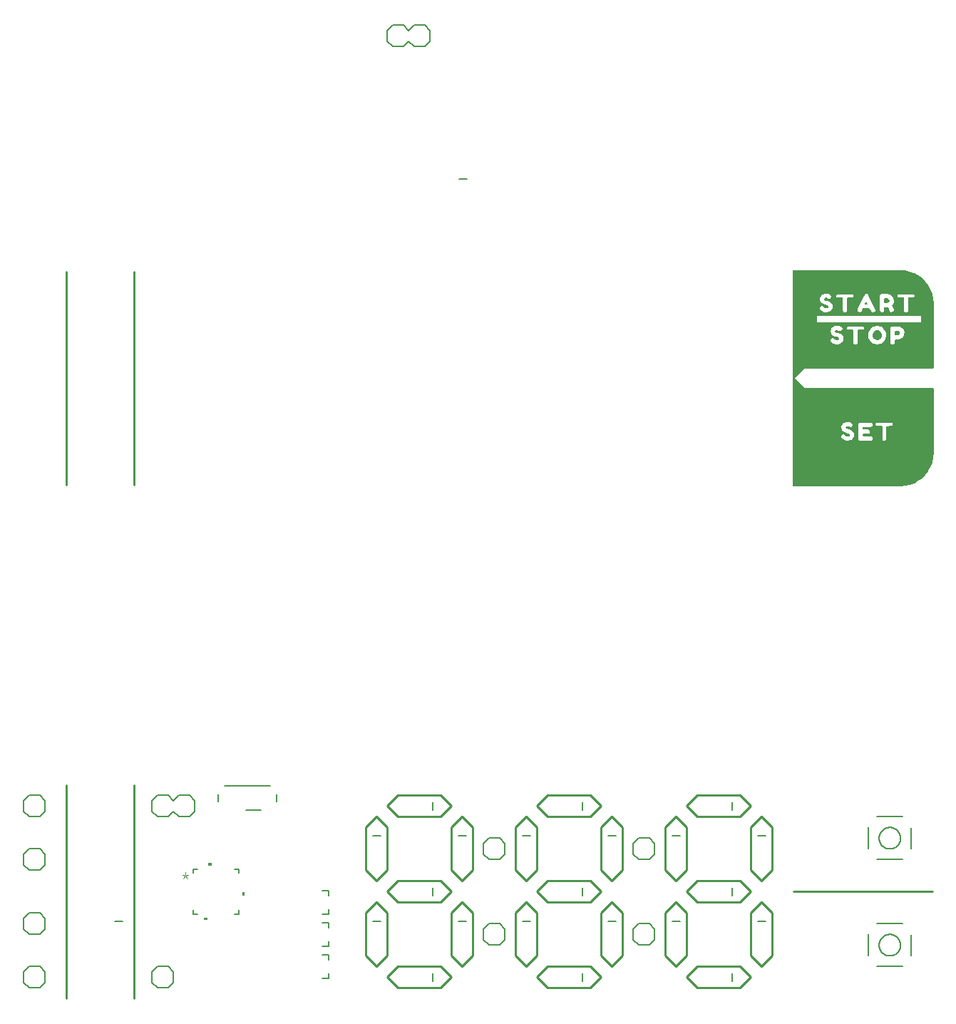
<source format=gto>
G04 EAGLE Gerber RS-274X export*
G75*
%MOMM*%
%FSLAX34Y34*%
%LPD*%
%INSilkscreen Top*%
%IPPOS*%
%AMOC8*
5,1,8,0,0,1.08239X$1,22.5*%
G01*
%ADD10C,0.254000*%
%ADD11C,0.203200*%
%ADD12C,0.152400*%
%ADD13C,0.076200*%

G36*
X646446Y584082D02*
X646446Y584082D01*
X646453Y583963D01*
X646466Y583925D01*
X646471Y583884D01*
X646514Y583774D01*
X646551Y583661D01*
X646573Y583626D01*
X646588Y583589D01*
X646658Y583493D01*
X646721Y583392D01*
X646751Y583364D01*
X646774Y583331D01*
X646866Y583256D01*
X646953Y583174D01*
X646988Y583154D01*
X647019Y583129D01*
X647127Y583078D01*
X647231Y583020D01*
X647271Y583010D01*
X647307Y582993D01*
X647424Y582971D01*
X647539Y582941D01*
X647600Y582937D01*
X647620Y582933D01*
X647640Y582935D01*
X647700Y582931D01*
X774700Y582931D01*
X774721Y582933D01*
X774791Y582934D01*
X780213Y583322D01*
X780223Y583324D01*
X780233Y583323D01*
X780392Y583348D01*
X785704Y584503D01*
X785713Y584506D01*
X785723Y584508D01*
X785878Y584554D01*
X790971Y586454D01*
X790980Y586459D01*
X790990Y586461D01*
X791136Y586529D01*
X795907Y589134D01*
X795915Y589140D01*
X795924Y589144D01*
X796059Y589232D01*
X800411Y592490D01*
X800418Y592497D01*
X800427Y592502D01*
X800548Y592608D01*
X804392Y596452D01*
X804398Y596460D01*
X804406Y596467D01*
X804510Y596589D01*
X807768Y600941D01*
X807773Y600950D01*
X807780Y600957D01*
X807866Y601093D01*
X810471Y605864D01*
X810475Y605874D01*
X810480Y605882D01*
X810546Y606029D01*
X812446Y611122D01*
X812448Y611132D01*
X812453Y611141D01*
X812497Y611296D01*
X813652Y616608D01*
X813653Y616618D01*
X813657Y616628D01*
X813678Y616787D01*
X814066Y622209D01*
X814065Y622231D01*
X814069Y622300D01*
X814069Y698500D01*
X814054Y698618D01*
X814047Y698737D01*
X814034Y698775D01*
X814029Y698816D01*
X813986Y698926D01*
X813949Y699039D01*
X813927Y699074D01*
X813912Y699111D01*
X813843Y699207D01*
X813779Y699308D01*
X813749Y699336D01*
X813726Y699369D01*
X813634Y699445D01*
X813547Y699526D01*
X813512Y699546D01*
X813481Y699571D01*
X813373Y699622D01*
X813269Y699680D01*
X813229Y699690D01*
X813193Y699707D01*
X813076Y699729D01*
X812961Y699759D01*
X812901Y699763D01*
X812881Y699767D01*
X812860Y699765D01*
X812800Y699769D01*
X660926Y699769D01*
X649495Y711200D01*
X660926Y722631D01*
X812800Y722631D01*
X812918Y722646D01*
X813037Y722653D01*
X813075Y722666D01*
X813116Y722671D01*
X813226Y722714D01*
X813339Y722751D01*
X813374Y722773D01*
X813411Y722788D01*
X813507Y722858D01*
X813608Y722921D01*
X813636Y722951D01*
X813669Y722974D01*
X813745Y723066D01*
X813826Y723153D01*
X813846Y723188D01*
X813871Y723219D01*
X813922Y723327D01*
X813980Y723431D01*
X813990Y723471D01*
X814007Y723507D01*
X814029Y723624D01*
X814059Y723739D01*
X814063Y723800D01*
X814067Y723820D01*
X814065Y723840D01*
X814069Y723900D01*
X814069Y800100D01*
X814067Y800121D01*
X814066Y800191D01*
X813678Y805613D01*
X813676Y805623D01*
X813677Y805633D01*
X813652Y805792D01*
X812497Y811104D01*
X812494Y811113D01*
X812493Y811123D01*
X812446Y811278D01*
X810546Y816371D01*
X810541Y816380D01*
X810539Y816390D01*
X810471Y816536D01*
X807866Y821307D01*
X807860Y821315D01*
X807856Y821324D01*
X807768Y821459D01*
X804510Y825811D01*
X804503Y825818D01*
X804498Y825827D01*
X804392Y825948D01*
X800548Y829792D01*
X800540Y829798D01*
X800533Y829806D01*
X800411Y829910D01*
X796059Y833168D01*
X796050Y833173D01*
X796043Y833180D01*
X795907Y833266D01*
X791136Y835871D01*
X791126Y835875D01*
X791118Y835880D01*
X790971Y835946D01*
X785878Y837846D01*
X785868Y837848D01*
X785859Y837853D01*
X785704Y837897D01*
X780392Y839052D01*
X780382Y839053D01*
X780372Y839057D01*
X780213Y839078D01*
X774791Y839466D01*
X774769Y839465D01*
X774700Y839469D01*
X647700Y839469D01*
X647582Y839454D01*
X647463Y839447D01*
X647425Y839434D01*
X647384Y839429D01*
X647274Y839386D01*
X647161Y839349D01*
X647126Y839327D01*
X647089Y839312D01*
X646993Y839243D01*
X646892Y839179D01*
X646864Y839149D01*
X646831Y839126D01*
X646756Y839034D01*
X646674Y838947D01*
X646654Y838912D01*
X646629Y838881D01*
X646578Y838773D01*
X646520Y838669D01*
X646510Y838629D01*
X646493Y838593D01*
X646471Y838476D01*
X646441Y838361D01*
X646437Y838301D01*
X646433Y838281D01*
X646435Y838260D01*
X646431Y838200D01*
X646431Y584200D01*
X646446Y584082D01*
G37*
%LPC*%
G36*
X789700Y777249D02*
X789700Y777249D01*
X683600Y777249D01*
X683587Y777239D01*
X675639Y777239D01*
X675639Y784851D01*
X798831Y784851D01*
X798831Y777239D01*
X789709Y777239D01*
X789707Y777241D01*
X789700Y777249D01*
G37*
%LPD*%
%LPC*%
G36*
X745408Y751549D02*
X745408Y751549D01*
X743914Y751847D01*
X742622Y752344D01*
X741329Y753140D01*
X740133Y754137D01*
X739037Y755232D01*
X738042Y756527D01*
X737345Y757820D01*
X736847Y759213D01*
X736549Y760607D01*
X736449Y762200D01*
X736549Y763794D01*
X736848Y765287D01*
X737346Y766682D01*
X737943Y768076D01*
X738838Y769368D01*
X739833Y770363D01*
X741029Y771360D01*
X742323Y772156D01*
X743715Y772753D01*
X745108Y773051D01*
X746703Y773251D01*
X747497Y773251D01*
X748990Y773052D01*
X750383Y772654D01*
X751777Y772056D01*
X753071Y771260D01*
X754266Y770264D01*
X755361Y769069D01*
X756158Y767875D01*
X756854Y766582D01*
X757252Y765089D01*
X757551Y763595D01*
X757551Y762002D01*
X757451Y760508D01*
X757053Y759015D01*
X756555Y757620D01*
X755858Y756327D01*
X754962Y755131D01*
X753867Y753937D01*
X752672Y753041D01*
X751379Y752245D01*
X749987Y751748D01*
X748494Y751449D01*
X747001Y751349D01*
X745408Y751549D01*
G37*
%LPD*%
%LPC*%
G36*
X762534Y789940D02*
X762534Y789940D01*
X762144Y790622D01*
X760145Y795419D01*
X760109Y795440D01*
X760103Y795449D01*
X758603Y795549D01*
X758601Y795548D01*
X758600Y795549D01*
X755500Y795549D01*
X755453Y795513D01*
X755457Y795508D01*
X755451Y795504D01*
X755351Y794104D01*
X755352Y794101D01*
X755351Y794100D01*
X755351Y792602D01*
X755252Y791113D01*
X754667Y789944D01*
X753098Y789650D01*
X751222Y789847D01*
X750447Y790623D01*
X750249Y792107D01*
X750207Y792149D01*
X750205Y792146D01*
X750203Y792149D01*
X750126Y792153D01*
X750198Y792151D01*
X750247Y792185D01*
X750241Y792194D01*
X750249Y792200D01*
X750249Y808993D01*
X750642Y810368D01*
X751615Y810952D01*
X753402Y811051D01*
X759495Y811051D01*
X760887Y810753D01*
X762278Y810256D01*
X763671Y809360D01*
X764864Y808366D01*
X765757Y807175D01*
X766354Y805783D01*
X766751Y804393D01*
X766751Y802803D01*
X766552Y801211D01*
X766056Y799822D01*
X765259Y798627D01*
X765259Y798624D01*
X765257Y798624D01*
X764657Y797524D01*
X764657Y797521D01*
X764662Y797492D01*
X764655Y797480D01*
X765155Y796380D01*
X765156Y796379D01*
X765155Y796379D01*
X765855Y794881D01*
X766949Y792095D01*
X766755Y791028D01*
X765376Y790044D01*
X763899Y789453D01*
X762534Y789940D01*
G37*
%LPD*%
%LPC*%
G36*
X728102Y637049D02*
X728102Y637049D01*
X726313Y637149D01*
X725140Y637735D01*
X724749Y638908D01*
X724749Y655797D01*
X724947Y657476D01*
X725821Y658253D01*
X727403Y658451D01*
X739690Y658451D01*
X740862Y657963D01*
X741351Y656691D01*
X741351Y654714D01*
X740670Y653644D01*
X739295Y653349D01*
X730100Y653349D01*
X730053Y653313D01*
X730055Y653310D01*
X730051Y653308D01*
X729851Y652008D01*
X729854Y652002D01*
X729851Y652000D01*
X729851Y650500D01*
X729887Y650453D01*
X729890Y650455D01*
X729893Y650451D01*
X731193Y650251D01*
X731198Y650254D01*
X731200Y650251D01*
X735797Y650251D01*
X737177Y650054D01*
X738053Y649178D01*
X738250Y647305D01*
X737759Y645834D01*
X736686Y645248D01*
X735098Y645149D01*
X730500Y645149D01*
X730472Y645128D01*
X730459Y645127D01*
X729859Y644227D01*
X729860Y644207D01*
X729851Y644200D01*
X729851Y642600D01*
X729881Y642560D01*
X729883Y642554D01*
X730983Y642154D01*
X730991Y642156D01*
X730994Y642153D01*
X730998Y642153D01*
X731000Y642151D01*
X738598Y642151D01*
X740084Y642052D01*
X741155Y641370D01*
X741450Y639700D01*
X741155Y637927D01*
X740280Y637247D01*
X738697Y637049D01*
X728102Y637049D01*
G37*
%LPD*%
%LPC*%
G36*
X763236Y751939D02*
X763236Y751939D01*
X762749Y753011D01*
X762749Y771387D01*
X763332Y772456D01*
X764905Y772751D01*
X771098Y772751D01*
X772593Y772651D01*
X773984Y772353D01*
X775374Y771658D01*
X776668Y770663D01*
X777661Y769669D01*
X778556Y768277D01*
X779155Y766881D01*
X779195Y766858D01*
X779200Y766851D01*
X779251Y766851D01*
X779251Y765402D01*
X779151Y763808D01*
X778753Y762316D01*
X778158Y760926D01*
X777166Y759736D01*
X775972Y758841D01*
X774679Y758045D01*
X773288Y757548D01*
X771797Y757349D01*
X768800Y757349D01*
X768787Y757340D01*
X768784Y757340D01*
X768783Y757339D01*
X768775Y757342D01*
X767775Y756742D01*
X767767Y756724D01*
X767753Y756713D01*
X767758Y756705D01*
X767751Y756700D01*
X767751Y753603D01*
X767554Y752229D01*
X766484Y751549D01*
X764607Y751450D01*
X763236Y751939D01*
G37*
%LPD*%
%LPC*%
G36*
X725026Y790142D02*
X725026Y790142D01*
X723745Y791127D01*
X723551Y792197D01*
X724046Y793782D01*
X731443Y808777D01*
X732138Y810067D01*
X733418Y811052D01*
X734788Y811150D01*
X736063Y810365D01*
X736756Y809077D01*
X744155Y793981D01*
X744751Y792391D01*
X744751Y791320D01*
X743672Y790242D01*
X741994Y789551D01*
X740727Y789746D01*
X739842Y790926D01*
X738545Y793721D01*
X738525Y793731D01*
X738524Y793743D01*
X737424Y794343D01*
X737407Y794341D01*
X737400Y794349D01*
X731300Y794349D01*
X731293Y794344D01*
X731289Y794348D01*
X729989Y794048D01*
X729969Y794025D01*
X729956Y794022D01*
X728557Y791223D01*
X727866Y790039D01*
X726501Y789454D01*
X725026Y790142D01*
G37*
%LPD*%
%LPC*%
G36*
X697706Y751449D02*
X697706Y751449D01*
X696215Y751747D01*
X694825Y752343D01*
X693532Y753337D01*
X692536Y754333D01*
X691843Y755126D01*
X691354Y756397D01*
X691940Y757569D01*
X693221Y758653D01*
X694490Y758849D01*
X695671Y758160D01*
X696968Y757062D01*
X696975Y757062D01*
X696976Y757057D01*
X698376Y756257D01*
X698389Y756259D01*
X698391Y756256D01*
X698396Y756256D01*
X698400Y756251D01*
X700100Y756251D01*
X700107Y756256D01*
X700109Y756256D01*
X700116Y756261D01*
X700125Y756257D01*
X701325Y756957D01*
X701333Y756977D01*
X701338Y756981D01*
X701338Y756983D01*
X701347Y756986D01*
X701747Y758386D01*
X701737Y758414D01*
X701741Y758427D01*
X700941Y759627D01*
X700920Y759635D01*
X700917Y759646D01*
X699517Y760146D01*
X699512Y760145D01*
X699510Y760148D01*
X698112Y760448D01*
X696517Y760946D01*
X695121Y761544D01*
X693830Y762240D01*
X692841Y763229D01*
X692146Y764618D01*
X691749Y766106D01*
X691749Y767595D01*
X692047Y769083D01*
X692741Y770372D01*
X693735Y771565D01*
X694826Y772458D01*
X696115Y773053D01*
X697705Y773351D01*
X699398Y773351D01*
X700892Y773251D01*
X702382Y772854D01*
X703774Y772158D01*
X704963Y771267D01*
X705657Y770075D01*
X705692Y770061D01*
X705699Y770051D01*
X705782Y770049D01*
X705700Y770049D01*
X705665Y770023D01*
X705655Y770021D01*
X705058Y768727D01*
X703972Y767443D01*
X702703Y767052D01*
X701325Y767643D01*
X700130Y768539D01*
X700112Y768539D01*
X700106Y768549D01*
X698506Y768749D01*
X698490Y768739D01*
X698479Y768745D01*
X697179Y768145D01*
X697164Y768116D01*
X697152Y768110D01*
X696852Y766610D01*
X696865Y766582D01*
X696862Y766569D01*
X697762Y765469D01*
X697780Y765464D01*
X697783Y765454D01*
X699183Y764954D01*
X699189Y764955D01*
X699190Y764952D01*
X700689Y764652D01*
X702185Y764253D01*
X703678Y763656D01*
X704870Y762961D01*
X705959Y761871D01*
X706553Y760585D01*
X706850Y758997D01*
X706751Y757406D01*
X706453Y755917D01*
X705758Y754627D01*
X704865Y753436D01*
X703575Y752543D01*
X702283Y751947D01*
X700790Y751548D01*
X699298Y751349D01*
X697706Y751449D01*
G37*
%LPD*%
%LPC*%
G36*
X684311Y789648D02*
X684311Y789648D01*
X682821Y790145D01*
X681527Y790941D01*
X680235Y791836D01*
X678749Y793816D01*
X678749Y794983D01*
X679831Y796360D01*
X681204Y796948D01*
X682277Y796655D01*
X683670Y795561D01*
X683672Y795561D01*
X683672Y795560D01*
X684972Y794660D01*
X684984Y794660D01*
X684987Y794652D01*
X686487Y794252D01*
X686500Y794258D01*
X686505Y794258D01*
X686512Y794252D01*
X688112Y794652D01*
X688126Y794670D01*
X688138Y794669D01*
X688938Y795669D01*
X688939Y795695D01*
X688949Y795704D01*
X688849Y797104D01*
X688829Y797127D01*
X688828Y797141D01*
X687528Y798041D01*
X687514Y798040D01*
X687510Y798048D01*
X686012Y798348D01*
X684615Y798747D01*
X683119Y799246D01*
X681726Y799942D01*
X680635Y800736D01*
X679644Y802024D01*
X679148Y803412D01*
X678950Y804900D01*
X679148Y806490D01*
X679545Y807879D01*
X680437Y809167D01*
X681529Y810160D01*
X682719Y810854D01*
X684110Y811252D01*
X685803Y811451D01*
X687395Y811451D01*
X688886Y811153D01*
X690478Y810556D01*
X691569Y809861D01*
X692665Y808765D01*
X692693Y808761D01*
X692702Y808751D01*
X693065Y808764D01*
X692797Y808749D01*
X692752Y808711D01*
X692757Y808705D01*
X692751Y808700D01*
X692751Y807614D01*
X691863Y806134D01*
X690685Y805251D01*
X689416Y805348D01*
X688027Y806241D01*
X688021Y806241D01*
X688021Y806245D01*
X686721Y806845D01*
X686702Y806841D01*
X686694Y806849D01*
X685094Y806649D01*
X685075Y806631D01*
X685062Y806631D01*
X684162Y805531D01*
X684161Y805505D01*
X684155Y805500D01*
X684156Y805498D01*
X684151Y805493D01*
X684351Y804093D01*
X684373Y804072D01*
X684374Y804058D01*
X685674Y803258D01*
X685686Y803259D01*
X685689Y803252D01*
X688687Y802553D01*
X690182Y802054D01*
X691576Y801457D01*
X692664Y800665D01*
X693555Y799379D01*
X693952Y797990D01*
X694150Y796300D01*
X693952Y794812D01*
X693455Y793421D01*
X692662Y792132D01*
X691570Y791140D01*
X690279Y790345D01*
X688787Y789848D01*
X687393Y789549D01*
X685802Y789449D01*
X684311Y789648D01*
G37*
%LPD*%
%LPC*%
G36*
X709811Y637248D02*
X709811Y637248D01*
X708320Y637745D01*
X707028Y638441D01*
X705836Y639434D01*
X704349Y641416D01*
X704349Y642583D01*
X705333Y643862D01*
X706609Y644549D01*
X707778Y644354D01*
X709168Y643163D01*
X709172Y643162D01*
X709172Y643160D01*
X710472Y642260D01*
X710484Y642260D01*
X710486Y642253D01*
X711886Y641853D01*
X711899Y641858D01*
X711905Y641858D01*
X711911Y641852D01*
X713611Y642252D01*
X713626Y642270D01*
X713638Y642269D01*
X714438Y643269D01*
X714439Y643295D01*
X714449Y643304D01*
X714349Y644704D01*
X714330Y644726D01*
X714330Y644739D01*
X713130Y645639D01*
X713115Y645639D01*
X713112Y645648D01*
X710214Y646347D01*
X708719Y646846D01*
X707325Y647543D01*
X706135Y648336D01*
X705244Y649623D01*
X704748Y650914D01*
X704450Y652501D01*
X704648Y653988D01*
X705145Y655379D01*
X705939Y656669D01*
X707030Y657761D01*
X708219Y658454D01*
X709610Y658852D01*
X711303Y659051D01*
X712895Y659051D01*
X714388Y658752D01*
X715978Y658255D01*
X717069Y657462D01*
X718251Y656378D01*
X718251Y655214D01*
X717363Y653734D01*
X716185Y652851D01*
X714917Y652948D01*
X713628Y653841D01*
X713621Y653840D01*
X713619Y653845D01*
X712219Y654445D01*
X712201Y654441D01*
X712194Y654449D01*
X710694Y654249D01*
X710678Y654233D01*
X710665Y654235D01*
X709665Y653235D01*
X709661Y653203D01*
X709655Y653198D01*
X709651Y653194D01*
X709851Y651694D01*
X709875Y651670D01*
X709877Y651657D01*
X711177Y650957D01*
X711185Y650958D01*
X711187Y650952D01*
X712687Y650552D01*
X714186Y650153D01*
X715684Y649653D01*
X717075Y649157D01*
X718163Y648266D01*
X719056Y646977D01*
X719551Y645590D01*
X719651Y644002D01*
X719452Y642411D01*
X718955Y641021D01*
X718162Y639732D01*
X717070Y638740D01*
X715779Y637945D01*
X714387Y637448D01*
X712894Y637149D01*
X711401Y637049D01*
X709811Y637248D01*
G37*
%LPD*%
%LPC*%
G36*
X719730Y751546D02*
X719730Y751546D01*
X718949Y752814D01*
X718949Y768000D01*
X718927Y768030D01*
X718925Y768042D01*
X717925Y768642D01*
X717907Y768640D01*
X717900Y768649D01*
X713403Y768649D01*
X711930Y768846D01*
X711249Y770013D01*
X711249Y771681D01*
X712123Y772652D01*
X714101Y772751D01*
X729297Y772751D01*
X730869Y772554D01*
X731451Y771487D01*
X731451Y769900D01*
X731475Y769869D01*
X731476Y769857D01*
X731496Y769846D01*
X731484Y769837D01*
X731464Y769834D01*
X731465Y769828D01*
X731460Y769828D01*
X730772Y768846D01*
X729297Y768649D01*
X724700Y768649D01*
X724677Y768631D01*
X724663Y768632D01*
X723963Y767832D01*
X723961Y767808D01*
X723951Y767800D01*
X723951Y754003D01*
X723753Y752622D01*
X722776Y751547D01*
X721200Y751350D01*
X719730Y751546D01*
G37*
%LPD*%
%LPC*%
G36*
X754611Y637149D02*
X754611Y637149D01*
X753345Y637734D01*
X753149Y639103D01*
X753149Y652900D01*
X753146Y652904D01*
X753149Y652907D01*
X752949Y654307D01*
X752906Y654349D01*
X752903Y654345D01*
X752900Y654349D01*
X746713Y654349D01*
X745546Y655030D01*
X745350Y656498D01*
X745643Y657963D01*
X747009Y658451D01*
X764288Y658451D01*
X765455Y657868D01*
X765650Y656400D01*
X765455Y654932D01*
X764288Y654349D01*
X762700Y654349D01*
X762699Y654349D01*
X758099Y654249D01*
X758052Y654212D01*
X758058Y654205D01*
X758051Y654200D01*
X758051Y638909D01*
X757562Y637638D01*
X756291Y637149D01*
X754611Y637149D01*
G37*
%LPD*%
%LPC*%
G36*
X707712Y789549D02*
X707712Y789549D01*
X706445Y790232D01*
X706249Y791504D01*
X706249Y805400D01*
X706246Y805405D01*
X706249Y805408D01*
X706049Y806708D01*
X706006Y806749D01*
X706003Y806746D01*
X706000Y806749D01*
X699813Y806749D01*
X698646Y807430D01*
X698450Y808996D01*
X698841Y810363D01*
X700109Y810851D01*
X717487Y810851D01*
X718653Y810171D01*
X718751Y808702D01*
X718555Y807235D01*
X717390Y806749D01*
X712700Y806749D01*
X712698Y806748D01*
X712697Y806749D01*
X711197Y806649D01*
X711152Y806610D01*
X711157Y806605D01*
X711151Y806600D01*
X711151Y791209D01*
X710663Y789940D01*
X709393Y789549D01*
X707712Y789549D01*
G37*
%LPD*%
%LPC*%
G36*
X780112Y789549D02*
X780112Y789549D01*
X778943Y790133D01*
X778649Y791505D01*
X778649Y805300D01*
X778646Y805304D01*
X778649Y805307D01*
X778449Y806707D01*
X778406Y806749D01*
X778403Y806745D01*
X778400Y806749D01*
X772214Y806749D01*
X771126Y807442D01*
X771095Y807439D01*
X771084Y807447D01*
X771045Y807433D01*
X770850Y808897D01*
X771241Y810363D01*
X772509Y810851D01*
X789789Y810851D01*
X791053Y810268D01*
X791151Y808800D01*
X791053Y807332D01*
X789789Y806749D01*
X783600Y806749D01*
X783553Y806713D01*
X783558Y806706D01*
X783551Y806700D01*
X783551Y791309D01*
X783062Y790038D01*
X781791Y789549D01*
X780112Y789549D01*
G37*
%LPD*%
G36*
X747908Y756557D02*
X747908Y756557D01*
X747914Y756553D01*
X749314Y756953D01*
X749321Y756962D01*
X749328Y756960D01*
X750628Y757860D01*
X750631Y757867D01*
X750636Y757867D01*
X751636Y758967D01*
X751637Y758978D01*
X751645Y758979D01*
X752245Y760279D01*
X752242Y760290D01*
X752249Y760294D01*
X752449Y761894D01*
X752446Y761900D01*
X752449Y761903D01*
X752349Y763603D01*
X752344Y763609D01*
X752347Y763614D01*
X751947Y765014D01*
X751939Y765020D01*
X751941Y765027D01*
X751141Y766227D01*
X751131Y766231D01*
X751132Y766238D01*
X749932Y767238D01*
X749923Y767238D01*
X749922Y767244D01*
X748522Y767944D01*
X748511Y767942D01*
X748507Y767949D01*
X747107Y768149D01*
X747098Y768144D01*
X747094Y768149D01*
X745594Y767949D01*
X745585Y767941D01*
X745578Y767944D01*
X744178Y767244D01*
X744174Y767237D01*
X744168Y767238D01*
X742968Y766238D01*
X742966Y766228D01*
X742959Y766227D01*
X742159Y765027D01*
X742160Y765018D01*
X742154Y765017D01*
X741654Y763617D01*
X741656Y763610D01*
X741652Y763607D01*
X741654Y763605D01*
X741651Y763603D01*
X741551Y762003D01*
X741552Y762001D01*
X741551Y762000D01*
X741551Y760500D01*
X741561Y760487D01*
X741556Y760477D01*
X742456Y758777D01*
X742469Y758771D01*
X742468Y758762D01*
X743668Y757762D01*
X743674Y757762D01*
X743674Y757758D01*
X744974Y756958D01*
X744984Y756959D01*
X744986Y756953D01*
X746386Y756553D01*
X746396Y756556D01*
X746400Y756551D01*
X747900Y756551D01*
X747908Y756557D01*
G37*
G36*
X758504Y800654D02*
X758504Y800654D01*
X758507Y800651D01*
X760007Y800851D01*
X760018Y800862D01*
X760027Y800859D01*
X761227Y801659D01*
X761235Y801680D01*
X761247Y801684D01*
X761747Y803184D01*
X761742Y803197D01*
X761744Y803198D01*
X761740Y803204D01*
X761748Y803213D01*
X761348Y804713D01*
X761331Y804726D01*
X761332Y804738D01*
X760132Y805738D01*
X760113Y805739D01*
X760107Y805749D01*
X758707Y805949D01*
X758702Y805946D01*
X758700Y805949D01*
X755600Y805949D01*
X755553Y805913D01*
X755555Y805910D01*
X755551Y805908D01*
X755351Y804608D01*
X755353Y804604D01*
X755354Y804602D01*
X755351Y804600D01*
X755351Y801500D01*
X755354Y801496D01*
X755351Y801494D01*
X755451Y800694D01*
X755493Y800651D01*
X755497Y800655D01*
X755500Y800651D01*
X758500Y800651D01*
X758504Y800654D01*
G37*
G36*
X771410Y762459D02*
X771410Y762459D01*
X771418Y762454D01*
X773518Y763254D01*
X773532Y763277D01*
X773545Y763281D01*
X774145Y764681D01*
X774140Y764700D01*
X774144Y764703D01*
X774144Y764704D01*
X774148Y764709D01*
X773848Y766309D01*
X773832Y766324D01*
X773833Y766336D01*
X772733Y767336D01*
X772715Y767338D01*
X772710Y767348D01*
X771310Y767648D01*
X771303Y767645D01*
X771300Y767649D01*
X768300Y767649D01*
X768265Y767623D01*
X768255Y767620D01*
X767755Y766520D01*
X767758Y766507D01*
X767753Y766503D01*
X767753Y766502D01*
X767751Y766500D01*
X767751Y763500D01*
X767762Y763485D01*
X767758Y763475D01*
X768358Y762475D01*
X768392Y762461D01*
X768400Y762451D01*
X771400Y762451D01*
X771410Y762459D01*
G37*
G36*
X-43693Y132590D02*
X-43693Y132590D01*
X-43691Y132589D01*
X-43648Y132609D01*
X-43604Y132627D01*
X-43604Y132629D01*
X-43602Y132630D01*
X-43569Y132715D01*
X-43569Y135255D01*
X-43570Y135257D01*
X-43569Y135259D01*
X-43589Y135302D01*
X-43607Y135346D01*
X-43609Y135346D01*
X-43610Y135348D01*
X-43695Y135381D01*
X-47505Y135381D01*
X-47507Y135380D01*
X-47509Y135381D01*
X-47552Y135361D01*
X-47596Y135343D01*
X-47596Y135341D01*
X-47598Y135340D01*
X-47631Y135255D01*
X-47631Y132715D01*
X-47630Y132713D01*
X-47631Y132711D01*
X-47611Y132668D01*
X-47593Y132624D01*
X-47591Y132624D01*
X-47590Y132622D01*
X-47505Y132589D01*
X-43695Y132589D01*
X-43693Y132590D01*
G37*
G36*
X-4443Y97070D02*
X-4443Y97070D01*
X-4441Y97069D01*
X-4398Y97089D01*
X-4354Y97107D01*
X-4354Y97109D01*
X-4352Y97110D01*
X-4319Y97195D01*
X-4319Y101005D01*
X-4320Y101007D01*
X-4319Y101009D01*
X-4339Y101052D01*
X-4357Y101096D01*
X-4359Y101096D01*
X-4360Y101098D01*
X-4445Y101131D01*
X-6985Y101131D01*
X-6987Y101130D01*
X-6989Y101131D01*
X-7032Y101111D01*
X-7076Y101093D01*
X-7076Y101091D01*
X-7078Y101090D01*
X-7111Y101005D01*
X-7111Y97195D01*
X-7110Y97193D01*
X-7111Y97191D01*
X-7091Y97148D01*
X-7073Y97104D01*
X-7071Y97104D01*
X-7070Y97102D01*
X-6985Y97069D01*
X-4445Y97069D01*
X-4443Y97070D01*
G37*
G36*
X-48693Y67820D02*
X-48693Y67820D01*
X-48691Y67819D01*
X-48648Y67839D01*
X-48604Y67857D01*
X-48604Y67859D01*
X-48602Y67860D01*
X-48569Y67945D01*
X-48569Y70485D01*
X-48570Y70487D01*
X-48569Y70489D01*
X-48589Y70532D01*
X-48607Y70576D01*
X-48609Y70576D01*
X-48610Y70578D01*
X-48695Y70611D01*
X-52505Y70611D01*
X-52507Y70610D01*
X-52509Y70611D01*
X-52552Y70591D01*
X-52596Y70573D01*
X-52596Y70571D01*
X-52598Y70570D01*
X-52631Y70485D01*
X-52631Y67945D01*
X-52630Y67943D01*
X-52631Y67941D01*
X-52611Y67898D01*
X-52593Y67854D01*
X-52591Y67854D01*
X-52590Y67852D01*
X-52505Y67819D01*
X-48695Y67819D01*
X-48693Y67820D01*
G37*
G36*
X736004Y798554D02*
X736004Y798554D01*
X736008Y798551D01*
X736013Y798560D01*
X736047Y798587D01*
X736035Y798603D01*
X736045Y798621D01*
X734745Y801421D01*
X734728Y801430D01*
X734727Y801441D01*
X733827Y802041D01*
X733808Y802040D01*
X733803Y802048D01*
X733799Y802048D01*
X733787Y802039D01*
X733768Y802037D01*
X733769Y802024D01*
X733767Y802023D01*
X733755Y802021D01*
X732455Y799221D01*
X732466Y799171D01*
X732465Y799165D01*
X733065Y798565D01*
X733092Y798562D01*
X733100Y798551D01*
X736000Y798551D01*
X736004Y798554D01*
G37*
D10*
X-135900Y-25400D02*
X-135900Y227940D01*
X-215900Y227940D02*
X-215900Y-25400D01*
X165100Y203200D02*
X177800Y215900D01*
X228600Y215900D01*
X241300Y203200D01*
X228600Y190500D01*
X177800Y190500D01*
X165100Y203200D01*
X152400Y190500D02*
X165100Y177800D01*
X165100Y127000D01*
X152400Y114300D01*
X139700Y127000D01*
X139700Y177800D01*
X152400Y190500D01*
X254000Y190500D02*
X266700Y177800D01*
X266700Y127000D01*
X254000Y114300D01*
X241300Y127000D01*
X241300Y177800D01*
X254000Y190500D01*
X177800Y114300D02*
X165100Y101600D01*
X177800Y114300D02*
X228600Y114300D01*
X241300Y101600D01*
X228600Y88900D01*
X177800Y88900D01*
X165100Y101600D01*
X152400Y88900D02*
X165100Y76200D01*
X165100Y25400D01*
X152400Y12700D01*
X139700Y25400D01*
X139700Y76200D01*
X152400Y88900D01*
X241300Y76200D02*
X254000Y88900D01*
X241300Y76200D02*
X241300Y25400D01*
X254000Y12700D01*
X266700Y25400D01*
X266700Y76200D01*
X254000Y88900D01*
X177800Y12700D02*
X165100Y0D01*
X177800Y12700D02*
X228600Y12700D01*
X241300Y0D01*
X228600Y-12700D01*
X177800Y-12700D01*
X165100Y0D01*
X342900Y203200D02*
X355600Y215900D01*
X406400Y215900D01*
X419100Y203200D01*
X406400Y190500D01*
X355600Y190500D01*
X342900Y203200D01*
X330200Y190500D02*
X342900Y177800D01*
X342900Y127000D01*
X330200Y114300D01*
X317500Y127000D01*
X317500Y177800D01*
X330200Y190500D01*
X431800Y190500D02*
X444500Y177800D01*
X444500Y127000D01*
X431800Y114300D01*
X419100Y127000D01*
X419100Y177800D01*
X431800Y190500D01*
X355600Y114300D02*
X342900Y101600D01*
X355600Y114300D02*
X406400Y114300D01*
X419100Y101600D01*
X406400Y88900D01*
X355600Y88900D01*
X342900Y101600D01*
X330200Y88900D02*
X342900Y76200D01*
X342900Y25400D01*
X330200Y12700D01*
X317500Y25400D01*
X317500Y76200D01*
X330200Y88900D01*
X419100Y76200D02*
X431800Y88900D01*
X419100Y76200D02*
X419100Y25400D01*
X431800Y12700D01*
X444500Y25400D01*
X444500Y76200D01*
X431800Y88900D01*
X355600Y12700D02*
X342900Y0D01*
X355600Y12700D02*
X406400Y12700D01*
X419100Y0D01*
X406400Y-12700D01*
X355600Y-12700D01*
X342900Y0D01*
X520700Y203200D02*
X533400Y215900D01*
X584200Y215900D01*
X596900Y203200D01*
X584200Y190500D01*
X533400Y190500D01*
X520700Y203200D01*
X508000Y190500D02*
X520700Y177800D01*
X520700Y127000D01*
X508000Y114300D01*
X495300Y127000D01*
X495300Y177800D01*
X508000Y190500D01*
X609600Y190500D02*
X622300Y177800D01*
X622300Y127000D01*
X609600Y114300D01*
X596900Y127000D01*
X596900Y177800D01*
X609600Y190500D01*
X533400Y114300D02*
X520700Y101600D01*
X533400Y114300D02*
X584200Y114300D01*
X596900Y101600D01*
X584200Y88900D01*
X533400Y88900D01*
X520700Y101600D01*
X508000Y88900D02*
X520700Y76200D01*
X520700Y25400D01*
X508000Y12700D01*
X495300Y25400D01*
X495300Y76200D01*
X508000Y88900D01*
X596900Y76200D02*
X609600Y88900D01*
X596900Y76200D02*
X596900Y25400D01*
X609600Y12700D01*
X622300Y25400D01*
X622300Y76200D01*
X609600Y88900D01*
X533400Y12700D02*
X520700Y0D01*
X533400Y12700D02*
X584200Y12700D01*
X596900Y0D01*
X584200Y-12700D01*
X533400Y-12700D01*
X520700Y0D01*
X647700Y101600D02*
X812800Y101600D01*
X-135900Y584200D02*
X-135900Y837540D01*
X-215900Y837540D02*
X-215900Y584200D01*
D11*
X736600Y177800D02*
X736600Y152700D01*
X746600Y190500D02*
X777400Y190500D01*
X787400Y177500D02*
X787400Y152700D01*
X777400Y139700D02*
X746600Y139700D01*
X749300Y165100D02*
X749304Y165412D01*
X749315Y165723D01*
X749334Y166034D01*
X749361Y166345D01*
X749396Y166655D01*
X749437Y166963D01*
X749487Y167271D01*
X749544Y167578D01*
X749609Y167883D01*
X749681Y168186D01*
X749760Y168487D01*
X749847Y168787D01*
X749941Y169084D01*
X750042Y169379D01*
X750151Y169671D01*
X750267Y169960D01*
X750390Y170247D01*
X750519Y170530D01*
X750656Y170810D01*
X750800Y171087D01*
X750950Y171360D01*
X751107Y171629D01*
X751270Y171894D01*
X751440Y172156D01*
X751617Y172413D01*
X751799Y172665D01*
X751988Y172913D01*
X752183Y173157D01*
X752383Y173395D01*
X752590Y173629D01*
X752802Y173857D01*
X753020Y174080D01*
X753243Y174298D01*
X753471Y174510D01*
X753705Y174717D01*
X753943Y174917D01*
X754187Y175112D01*
X754435Y175301D01*
X754687Y175483D01*
X754944Y175660D01*
X755206Y175830D01*
X755471Y175993D01*
X755740Y176150D01*
X756013Y176300D01*
X756290Y176444D01*
X756570Y176581D01*
X756853Y176710D01*
X757140Y176833D01*
X757429Y176949D01*
X757721Y177058D01*
X758016Y177159D01*
X758313Y177253D01*
X758613Y177340D01*
X758914Y177419D01*
X759217Y177491D01*
X759522Y177556D01*
X759829Y177613D01*
X760137Y177663D01*
X760445Y177704D01*
X760755Y177739D01*
X761066Y177766D01*
X761377Y177785D01*
X761688Y177796D01*
X762000Y177800D01*
X762312Y177796D01*
X762623Y177785D01*
X762934Y177766D01*
X763245Y177739D01*
X763555Y177704D01*
X763863Y177663D01*
X764171Y177613D01*
X764478Y177556D01*
X764783Y177491D01*
X765086Y177419D01*
X765387Y177340D01*
X765687Y177253D01*
X765984Y177159D01*
X766279Y177058D01*
X766571Y176949D01*
X766860Y176833D01*
X767147Y176710D01*
X767430Y176581D01*
X767710Y176444D01*
X767987Y176300D01*
X768260Y176150D01*
X768529Y175993D01*
X768794Y175830D01*
X769056Y175660D01*
X769313Y175483D01*
X769565Y175301D01*
X769813Y175112D01*
X770057Y174917D01*
X770295Y174717D01*
X770529Y174510D01*
X770757Y174298D01*
X770980Y174080D01*
X771198Y173857D01*
X771410Y173629D01*
X771617Y173395D01*
X771817Y173157D01*
X772012Y172913D01*
X772201Y172665D01*
X772383Y172413D01*
X772560Y172156D01*
X772730Y171894D01*
X772893Y171629D01*
X773050Y171360D01*
X773200Y171087D01*
X773344Y170810D01*
X773481Y170530D01*
X773610Y170247D01*
X773733Y169960D01*
X773849Y169671D01*
X773958Y169379D01*
X774059Y169084D01*
X774153Y168787D01*
X774240Y168487D01*
X774319Y168186D01*
X774391Y167883D01*
X774456Y167578D01*
X774513Y167271D01*
X774563Y166963D01*
X774604Y166655D01*
X774639Y166345D01*
X774666Y166034D01*
X774685Y165723D01*
X774696Y165412D01*
X774700Y165100D01*
X774696Y164788D01*
X774685Y164477D01*
X774666Y164166D01*
X774639Y163855D01*
X774604Y163545D01*
X774563Y163237D01*
X774513Y162929D01*
X774456Y162622D01*
X774391Y162317D01*
X774319Y162014D01*
X774240Y161713D01*
X774153Y161413D01*
X774059Y161116D01*
X773958Y160821D01*
X773849Y160529D01*
X773733Y160240D01*
X773610Y159953D01*
X773481Y159670D01*
X773344Y159390D01*
X773200Y159113D01*
X773050Y158840D01*
X772893Y158571D01*
X772730Y158306D01*
X772560Y158044D01*
X772383Y157787D01*
X772201Y157535D01*
X772012Y157287D01*
X771817Y157043D01*
X771617Y156805D01*
X771410Y156571D01*
X771198Y156343D01*
X770980Y156120D01*
X770757Y155902D01*
X770529Y155690D01*
X770295Y155483D01*
X770057Y155283D01*
X769813Y155088D01*
X769565Y154899D01*
X769313Y154717D01*
X769056Y154540D01*
X768794Y154370D01*
X768529Y154207D01*
X768260Y154050D01*
X767987Y153900D01*
X767710Y153756D01*
X767430Y153619D01*
X767147Y153490D01*
X766860Y153367D01*
X766571Y153251D01*
X766279Y153142D01*
X765984Y153041D01*
X765687Y152947D01*
X765387Y152860D01*
X765086Y152781D01*
X764783Y152709D01*
X764478Y152644D01*
X764171Y152587D01*
X763863Y152537D01*
X763555Y152496D01*
X763245Y152461D01*
X762934Y152434D01*
X762623Y152415D01*
X762312Y152404D01*
X762000Y152400D01*
X761688Y152404D01*
X761377Y152415D01*
X761066Y152434D01*
X760755Y152461D01*
X760445Y152496D01*
X760137Y152537D01*
X759829Y152587D01*
X759522Y152644D01*
X759217Y152709D01*
X758914Y152781D01*
X758613Y152860D01*
X758313Y152947D01*
X758016Y153041D01*
X757721Y153142D01*
X757429Y153251D01*
X757140Y153367D01*
X756853Y153490D01*
X756570Y153619D01*
X756290Y153756D01*
X756013Y153900D01*
X755740Y154050D01*
X755471Y154207D01*
X755206Y154370D01*
X754944Y154540D01*
X754687Y154717D01*
X754435Y154899D01*
X754187Y155088D01*
X753943Y155283D01*
X753705Y155483D01*
X753471Y155690D01*
X753243Y155902D01*
X753020Y156120D01*
X752802Y156343D01*
X752590Y156571D01*
X752383Y156805D01*
X752183Y157043D01*
X751988Y157287D01*
X751799Y157535D01*
X751617Y157787D01*
X751440Y158044D01*
X751270Y158306D01*
X751107Y158571D01*
X750950Y158840D01*
X750800Y159113D01*
X750656Y159390D01*
X750519Y159670D01*
X750390Y159953D01*
X750267Y160240D01*
X750151Y160529D01*
X750042Y160821D01*
X749941Y161116D01*
X749847Y161413D01*
X749760Y161713D01*
X749681Y162014D01*
X749609Y162317D01*
X749544Y162622D01*
X749487Y162929D01*
X749437Y163237D01*
X749396Y163545D01*
X749361Y163855D01*
X749334Y164166D01*
X749315Y164477D01*
X749304Y164788D01*
X749300Y165100D01*
X736600Y50800D02*
X736600Y25700D01*
X746600Y63500D02*
X777400Y63500D01*
X787400Y50500D02*
X787400Y25700D01*
X777400Y12700D02*
X746600Y12700D01*
X749300Y38100D02*
X749304Y38412D01*
X749315Y38723D01*
X749334Y39034D01*
X749361Y39345D01*
X749396Y39655D01*
X749437Y39963D01*
X749487Y40271D01*
X749544Y40578D01*
X749609Y40883D01*
X749681Y41186D01*
X749760Y41487D01*
X749847Y41787D01*
X749941Y42084D01*
X750042Y42379D01*
X750151Y42671D01*
X750267Y42960D01*
X750390Y43247D01*
X750519Y43530D01*
X750656Y43810D01*
X750800Y44087D01*
X750950Y44360D01*
X751107Y44629D01*
X751270Y44894D01*
X751440Y45156D01*
X751617Y45413D01*
X751799Y45665D01*
X751988Y45913D01*
X752183Y46157D01*
X752383Y46395D01*
X752590Y46629D01*
X752802Y46857D01*
X753020Y47080D01*
X753243Y47298D01*
X753471Y47510D01*
X753705Y47717D01*
X753943Y47917D01*
X754187Y48112D01*
X754435Y48301D01*
X754687Y48483D01*
X754944Y48660D01*
X755206Y48830D01*
X755471Y48993D01*
X755740Y49150D01*
X756013Y49300D01*
X756290Y49444D01*
X756570Y49581D01*
X756853Y49710D01*
X757140Y49833D01*
X757429Y49949D01*
X757721Y50058D01*
X758016Y50159D01*
X758313Y50253D01*
X758613Y50340D01*
X758914Y50419D01*
X759217Y50491D01*
X759522Y50556D01*
X759829Y50613D01*
X760137Y50663D01*
X760445Y50704D01*
X760755Y50739D01*
X761066Y50766D01*
X761377Y50785D01*
X761688Y50796D01*
X762000Y50800D01*
X762312Y50796D01*
X762623Y50785D01*
X762934Y50766D01*
X763245Y50739D01*
X763555Y50704D01*
X763863Y50663D01*
X764171Y50613D01*
X764478Y50556D01*
X764783Y50491D01*
X765086Y50419D01*
X765387Y50340D01*
X765687Y50253D01*
X765984Y50159D01*
X766279Y50058D01*
X766571Y49949D01*
X766860Y49833D01*
X767147Y49710D01*
X767430Y49581D01*
X767710Y49444D01*
X767987Y49300D01*
X768260Y49150D01*
X768529Y48993D01*
X768794Y48830D01*
X769056Y48660D01*
X769313Y48483D01*
X769565Y48301D01*
X769813Y48112D01*
X770057Y47917D01*
X770295Y47717D01*
X770529Y47510D01*
X770757Y47298D01*
X770980Y47080D01*
X771198Y46857D01*
X771410Y46629D01*
X771617Y46395D01*
X771817Y46157D01*
X772012Y45913D01*
X772201Y45665D01*
X772383Y45413D01*
X772560Y45156D01*
X772730Y44894D01*
X772893Y44629D01*
X773050Y44360D01*
X773200Y44087D01*
X773344Y43810D01*
X773481Y43530D01*
X773610Y43247D01*
X773733Y42960D01*
X773849Y42671D01*
X773958Y42379D01*
X774059Y42084D01*
X774153Y41787D01*
X774240Y41487D01*
X774319Y41186D01*
X774391Y40883D01*
X774456Y40578D01*
X774513Y40271D01*
X774563Y39963D01*
X774604Y39655D01*
X774639Y39345D01*
X774666Y39034D01*
X774685Y38723D01*
X774696Y38412D01*
X774700Y38100D01*
X774696Y37788D01*
X774685Y37477D01*
X774666Y37166D01*
X774639Y36855D01*
X774604Y36545D01*
X774563Y36237D01*
X774513Y35929D01*
X774456Y35622D01*
X774391Y35317D01*
X774319Y35014D01*
X774240Y34713D01*
X774153Y34413D01*
X774059Y34116D01*
X773958Y33821D01*
X773849Y33529D01*
X773733Y33240D01*
X773610Y32953D01*
X773481Y32670D01*
X773344Y32390D01*
X773200Y32113D01*
X773050Y31840D01*
X772893Y31571D01*
X772730Y31306D01*
X772560Y31044D01*
X772383Y30787D01*
X772201Y30535D01*
X772012Y30287D01*
X771817Y30043D01*
X771617Y29805D01*
X771410Y29571D01*
X771198Y29343D01*
X770980Y29120D01*
X770757Y28902D01*
X770529Y28690D01*
X770295Y28483D01*
X770057Y28283D01*
X769813Y28088D01*
X769565Y27899D01*
X769313Y27717D01*
X769056Y27540D01*
X768794Y27370D01*
X768529Y27207D01*
X768260Y27050D01*
X767987Y26900D01*
X767710Y26756D01*
X767430Y26619D01*
X767147Y26490D01*
X766860Y26367D01*
X766571Y26251D01*
X766279Y26142D01*
X765984Y26041D01*
X765687Y25947D01*
X765387Y25860D01*
X765086Y25781D01*
X764783Y25709D01*
X764478Y25644D01*
X764171Y25587D01*
X763863Y25537D01*
X763555Y25496D01*
X763245Y25461D01*
X762934Y25434D01*
X762623Y25415D01*
X762312Y25404D01*
X762000Y25400D01*
X761688Y25404D01*
X761377Y25415D01*
X761066Y25434D01*
X760755Y25461D01*
X760445Y25496D01*
X760137Y25537D01*
X759829Y25587D01*
X759522Y25644D01*
X759217Y25709D01*
X758914Y25781D01*
X758613Y25860D01*
X758313Y25947D01*
X758016Y26041D01*
X757721Y26142D01*
X757429Y26251D01*
X757140Y26367D01*
X756853Y26490D01*
X756570Y26619D01*
X756290Y26756D01*
X756013Y26900D01*
X755740Y27050D01*
X755471Y27207D01*
X755206Y27370D01*
X754944Y27540D01*
X754687Y27717D01*
X754435Y27899D01*
X754187Y28088D01*
X753943Y28283D01*
X753705Y28483D01*
X753471Y28690D01*
X753243Y28902D01*
X753020Y29120D01*
X752802Y29343D01*
X752590Y29571D01*
X752383Y29805D01*
X752183Y30043D01*
X751988Y30287D01*
X751799Y30535D01*
X751617Y30787D01*
X751440Y31044D01*
X751270Y31306D01*
X751107Y31571D01*
X750950Y31840D01*
X750800Y32113D01*
X750656Y32390D01*
X750519Y32670D01*
X750390Y32953D01*
X750267Y33240D01*
X750151Y33529D01*
X750042Y33821D01*
X749941Y34116D01*
X749847Y34413D01*
X749760Y34713D01*
X749681Y35014D01*
X749609Y35317D01*
X749544Y35622D01*
X749487Y35929D01*
X749437Y36237D01*
X749396Y36545D01*
X749361Y36855D01*
X749334Y37166D01*
X749315Y37477D01*
X749304Y37788D01*
X749300Y38100D01*
X-35770Y208630D02*
X-35770Y217170D01*
X33770Y217170D02*
X33770Y208630D01*
X26000Y227170D02*
X-28000Y227170D01*
X-2270Y198630D02*
X15270Y198630D01*
X147638Y168275D02*
X157163Y168275D01*
X249238Y168275D02*
X258763Y168275D01*
X157163Y66675D02*
X147638Y66675D01*
X249238Y66675D02*
X258763Y66675D01*
X219075Y198438D02*
X219075Y207963D01*
X219075Y106363D02*
X219075Y96838D01*
X219075Y4763D02*
X219075Y-4763D01*
X-148738Y66075D02*
X-158263Y66075D01*
X325438Y168275D02*
X334963Y168275D01*
X427038Y168275D02*
X436563Y168275D01*
X334963Y66675D02*
X325438Y66675D01*
X427038Y66675D02*
X436563Y66675D01*
X396875Y198438D02*
X396875Y207963D01*
X396875Y106363D02*
X396875Y96838D01*
X396875Y4763D02*
X396875Y-4763D01*
X503238Y168275D02*
X512763Y168275D01*
X604838Y168275D02*
X614363Y168275D01*
X512763Y66675D02*
X503238Y66675D01*
X604838Y66675D02*
X614363Y66675D01*
X574675Y198438D02*
X574675Y207963D01*
X574675Y106363D02*
X574675Y96838D01*
X574675Y4763D02*
X574675Y-4763D01*
X95900Y58800D02*
X95900Y64800D01*
X87900Y64800D01*
X95900Y42800D02*
X95900Y36800D01*
X87900Y36800D01*
X95900Y26700D02*
X95900Y20700D01*
X95900Y26700D02*
X87900Y26700D01*
X95900Y4700D02*
X95900Y-1300D01*
X87900Y-1300D01*
X95900Y96900D02*
X95900Y102900D01*
X87900Y102900D01*
X95900Y80900D02*
X95900Y74900D01*
X87900Y74900D01*
D12*
X-60198Y74676D02*
X-65024Y74676D01*
X-11176Y74676D02*
X-11176Y79502D01*
X-11176Y128524D02*
X-16002Y128524D01*
X-65024Y128524D02*
X-65024Y123698D01*
X-65024Y79502D02*
X-65024Y74676D01*
X-16002Y74676D02*
X-11176Y74676D01*
X-11176Y123698D02*
X-11176Y128524D01*
X-60198Y128524D02*
X-65024Y128524D01*
D13*
X-74711Y124319D02*
X-74711Y120340D01*
X-72390Y117355D01*
X-74711Y120340D02*
X-77033Y117355D01*
X-74711Y120340D02*
X-71064Y121666D01*
X-74711Y120340D02*
X-78359Y121666D01*
D11*
X-95250Y215900D02*
X-107950Y215900D01*
X-95250Y215900D02*
X-88900Y209550D01*
X-88900Y196850D02*
X-95250Y190500D01*
X-88900Y209550D02*
X-82550Y215900D01*
X-69850Y215900D01*
X-63500Y209550D01*
X-63500Y196850D02*
X-69850Y190500D01*
X-82550Y190500D01*
X-88900Y196850D01*
X-114300Y196850D02*
X-114300Y209550D01*
X-107950Y215900D01*
X-114300Y196850D02*
X-107950Y190500D01*
X-95250Y190500D01*
X-63500Y196850D02*
X-63500Y209550D01*
X476250Y165100D02*
X482600Y158750D01*
X476250Y165100D02*
X463550Y165100D01*
X457200Y158750D01*
X457200Y146050D01*
X463550Y139700D01*
X476250Y139700D01*
X482600Y146050D01*
X482600Y158750D01*
X476250Y63500D02*
X482600Y57150D01*
X476250Y63500D02*
X463550Y63500D01*
X457200Y57150D01*
X457200Y44450D01*
X463550Y38100D01*
X476250Y38100D01*
X482600Y44450D01*
X482600Y57150D01*
X304800Y158750D02*
X298450Y165100D01*
X285750Y165100D01*
X279400Y158750D01*
X279400Y146050D01*
X285750Y139700D01*
X298450Y139700D01*
X304800Y146050D01*
X304800Y158750D01*
X298450Y63500D02*
X304800Y57150D01*
X298450Y63500D02*
X285750Y63500D01*
X279400Y57150D01*
X279400Y44450D01*
X285750Y38100D01*
X298450Y38100D01*
X304800Y44450D01*
X304800Y57150D01*
X-241300Y6350D02*
X-247650Y12700D01*
X-260350Y12700D01*
X-266700Y6350D01*
X-266700Y-6350D01*
X-260350Y-12700D01*
X-247650Y-12700D01*
X-241300Y-6350D01*
X-241300Y6350D01*
X-241300Y209550D02*
X-247650Y215900D01*
X-260350Y215900D01*
X-266700Y209550D01*
X-266700Y196850D01*
X-260350Y190500D01*
X-247650Y190500D01*
X-241300Y196850D01*
X-241300Y209550D01*
X-247650Y152400D02*
X-241300Y146050D01*
X-247650Y152400D02*
X-260350Y152400D01*
X-266700Y146050D01*
X-266700Y133350D01*
X-260350Y127000D01*
X-247650Y127000D01*
X-241300Y133350D01*
X-241300Y146050D01*
X-247650Y76200D02*
X-241300Y69850D01*
X-247650Y76200D02*
X-260350Y76200D01*
X-266700Y69850D01*
X-266700Y57150D01*
X-260350Y50800D01*
X-247650Y50800D01*
X-241300Y57150D01*
X-241300Y69850D01*
X-95250Y12700D02*
X-88900Y6350D01*
X-95250Y12700D02*
X-107950Y12700D01*
X-114300Y6350D01*
X-114300Y-6350D01*
X-107950Y-12700D01*
X-95250Y-12700D01*
X-88900Y-6350D01*
X-88900Y6350D01*
X196850Y1104900D02*
X209550Y1104900D01*
X196850Y1104900D02*
X190500Y1111250D01*
X190500Y1123950D02*
X196850Y1130300D01*
X190500Y1111250D02*
X184150Y1104900D01*
X171450Y1104900D01*
X165100Y1111250D01*
X165100Y1123950D02*
X171450Y1130300D01*
X184150Y1130300D01*
X190500Y1123950D01*
X215900Y1123950D02*
X215900Y1111250D01*
X209550Y1104900D01*
X215900Y1123950D02*
X209550Y1130300D01*
X196850Y1130300D01*
X165100Y1123950D02*
X165100Y1111250D01*
X250508Y948055D02*
X260033Y948055D01*
M02*

</source>
